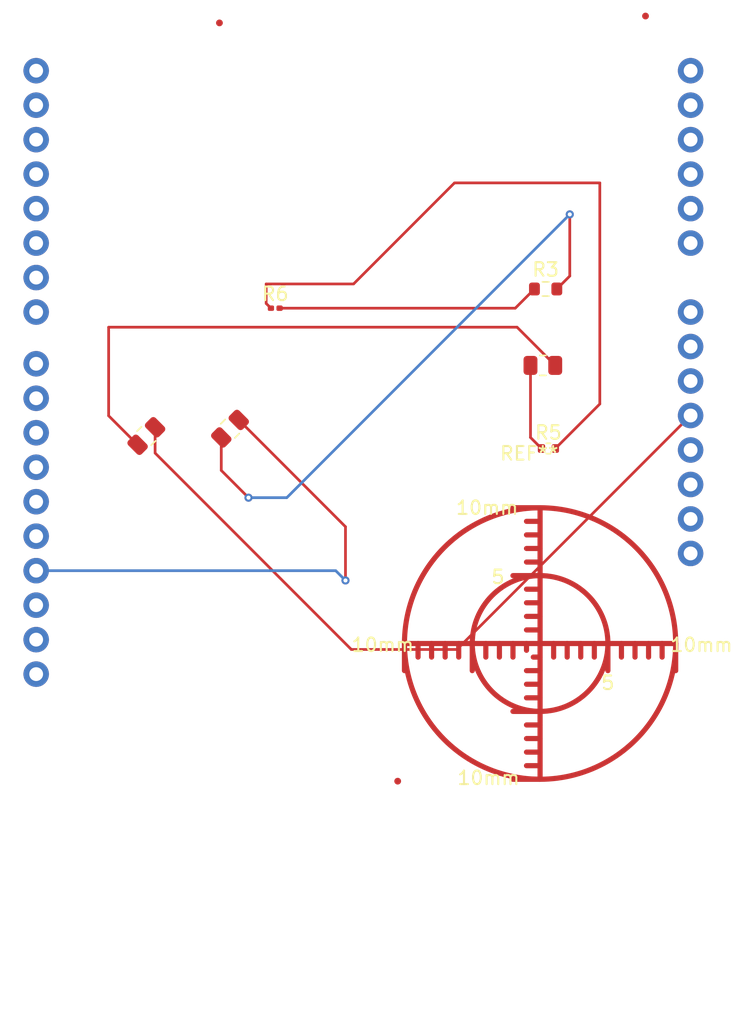
<source format=kicad_pcb>
(kicad_pcb (version 20241229) (generator "pcbnew") (generator_version "9.0")
  (layers (0 "F.Cu" signal) (2 "B.Cu" signal) (13 "F.Paste" user) (15 "B.Paste" user) (5 "F.SilkS" user "F.Silkscreen") (7 "B.SilkS" user "B.Silkscreen") (1 "F.Mask" user) (3 "B.Mask" user) (25 "Edge.Cuts" user))
  (net 0 "")
  (net 27 "Net-(B1-PadGND)")
  (net 28 "Net-(B1-Pad5V)")
  (net 29 "Net-(R1-Pad2)")
  (net 30 "Net-(R1-Pad1)")
  (net 31 "Net-(R3-Pad1)")
  (net 32 "Net-(R3-Pad2)")
  (net 33 "Net-(R5-Pad2)")
  (footprint "kikit:Fiducial" (layer "F.Cu") (at 129.405 65.135)
    (property "Reference" "FID1" (hide yes))
    (property "Value" "Fiducial" (hide yes))
    (pad "" smd circle (at 0 0) (size 0.5 0.5) (layers "F.Cu" "F.Mask") (clearance 0.25))
  )
  (footprint "SparkFun-Resistor:R_0805_2012Metric" (layer "F.Cu") (at 124.015 95.565 45)
    (property "Reference" "R2")
    (property "Value" "R_45deg")
    (fp_line (start -0.227064 -0.735) (end 0.227064 -0.735) (stroke (width 0.12)) (layer "F.SilkS"))
    (fp_line (start -0.227064 0.735) (end 0.227064 0.735) (stroke (width 0.12)) (layer "F.SilkS"))
    (pad "1" smd roundrect (at -0.9125 0 45) (size 1.025 1.4) (layers "F.Cu" "F.Mask" "F.Paste") (roundrect_rratio 0.243902) (net 29 "Net-(R1-Pad2)"))
    (pad "2" smd roundrect (at 0.9125 0 45) (size 1.025 1.4) (layers "F.Cu" "F.Mask" "F.Paste") (roundrect_rratio 0.243902) (net 28 "Net-(B1-Pad5V)"))
  )
  (footprint "SparkFun-Resistor:R_0805_2012Metric" (layer "F.Cu") (at 130.185 95.025 45)
    (property "Reference" "R4")
    (property "Value" "R_45deg")
    (fp_line (start -0.227064 -0.735) (end 0.227064 -0.735) (stroke (width 0.12)) (layer "F.SilkS"))
    (fp_line (start -0.227064 0.735) (end 0.227064 0.735) (stroke (width 0.12)) (layer "F.SilkS"))
    (pad "1" smd roundrect (at -0.9125 0 45) (size 1.025 1.4) (layers "F.Cu" "F.Mask" "F.Paste") (roundrect_rratio 0.243902) (net 32 "Net-(R3-Pad2)"))
    (pad "2" smd roundrect (at 0.9125 0 45) (size 1.025 1.4) (layers "F.Cu" "F.Mask" "F.Paste") (roundrect_rratio 0.243902) (net 27 "Net-(B1-PadGND)"))
  )
  (footprint "kikit:Fiducial" (layer "F.Cu") (at 142.55 120.99)
    (property "Reference" "FID3" (hide yes))
    (property "Value" "Fiducial" (hide yes))
    (pad "" smd circle (at 0 0) (size 0.5 0.5) (layers "F.Cu" "F.Mask") (clearance 0.25))
  )
  (footprint "Resistor_SMD:R_0603_1608Metric" (layer "F.Cu") (at 153.46 84.735)
    (property "Reference" "R3" (at 0 -1.43 0) (layer "F.SilkS"))
    (property "Value" "R")
    (fp_line (start -0.237258 -0.5225) (end 0.237258 -0.5225) (stroke (width 0.12)) (layer "F.SilkS"))
    (fp_line (start -0.237258 0.5225) (end 0.237258 0.5225) (stroke (width 0.12)) (layer "F.SilkS"))
    (pad "1" smd roundrect (at -0.825 0) (size 0.8 0.95) (layers "F.Cu" "F.Mask" "F.Paste") (net 31 "Net-(R3-Pad1)"))
    (pad "2" smd roundrect (at 0.825 0) (size 0.8 0.95) (layers "F.Cu" "F.Mask" "F.Paste") (net 32 "Net-(R3-Pad2)"))
  )
  (footprint "Resistor_SMD:R_0201_0603Metric" (layer "F.Cu") (at 133.52 86.15)
    (property "Reference" "R6" (at 0 -1.05 0) (layer "F.SilkS"))
    (property "Value" "R_45deg")
    (pad "1" smd roundrect (at -0.32 0) (size 0.46 0.4) (layers "F.Cu" "F.Mask") (net 33 "Net-(R5-Pad2)"))
    (pad "2" smd roundrect (at 0.32 0) (size 0.46 0.4) (layers "F.Cu" "F.Mask") (net 31 "Net-(R3-Pad1)"))
  )
  (footprint "Resistor_SMD:R_0402_1005Metric" (layer "F.Cu") (at 153.665 96.485)
    (property "Reference" "R5" (at 0 -1.17 0) (layer "F.SilkS"))
    (property "Value" "R")
    (fp_line (start -0.153641 -0.38) (end 0.153641 -0.38) (stroke (width 0.12)) (layer "F.SilkS"))
    (fp_line (start -0.153641 0.38) (end 0.153641 0.38) (stroke (width 0.12)) (layer "F.SilkS"))
    (pad "1" smd roundrect (at -0.51 0) (size 0.54 0.64) (layers "F.Cu" "F.Mask" "F.Paste") (net 30 "Net-(R1-Pad1)"))
    (pad "2" smd roundrect (at 0.51 0) (size 0.54 0.64) (layers "F.Cu" "F.Mask" "F.Paste") (net 33 "Net-(R5-Pad2)"))
  )
  (footprint "SparkFun-Resistor:R_0805_2012Metric" (layer "F.Cu") (at 153.255 90.365)
    (property "Reference" "R1")
    (property "Value" "R")
    (fp_line (start -0.227064 -0.735) (end 0.227064 -0.735) (stroke (width 0.12)) (layer "F.SilkS"))
    (fp_line (start -0.227064 0.735) (end 0.227064 0.735) (stroke (width 0.12)) (layer "F.SilkS"))
    (pad "1" smd roundrect (at -0.9125 0) (size 1.025 1.4) (layers "F.Cu" "F.Mask" "F.Paste") (roundrect_rratio 0.243902) (net 30 "Net-(R1-Pad1)"))
    (pad "2" smd roundrect (at 0.9125 0) (size 1.025 1.4) (layers "F.Cu" "F.Mask" "F.Paste") (roundrect_rratio 0.243902) (net 29 "Net-(R1-Pad2)"))
  )
  (footprint "kikit:Fiducial" (layer "F.Cu") (at 160.825 64.63)
    (property "Reference" "FID2" (hide yes))
    (property "Value" "Fiducial" (hide yes))
    (pad "" smd circle (at 0 0) (size 0.5 0.5) (layers "F.Cu" "F.Mask") (clearance 0.25))
  )
  (footprint "SparkFun-Board:Uno_R3_Shield_NoLabels" (layer "F.Cu") (at 140.02 92.785)
    (property "Reference" "B1")
    (property "Value" "Arduino_Uno_R3_Shield")
    (pad "3.3V" thru_hole circle (at 24.13 3.81 90) (size 1.8796 1.8796) (drill 1.016) (layers "*.Cu" "*.Mask"))
    (pad "5V" thru_hole circle (at 24.13 1.27 90) (size 1.8796 1.8796) (drill 1.016) (layers "*.Cu" "*.Mask") (net 28 "Net-(B1-Pad5V)"))
    (pad "A0" thru_hole circle (at 24.13 -11.43 90) (size 1.8796 1.8796) (drill 1.016) (layers "*.Cu" "*.Mask"))
    (pad "A1" thru_hole circle (at 24.13 -13.97 90) (size 1.8796 1.8796) (drill 1.016) (layers "*.Cu" "*.Mask"))
    (pad "A2" thru_hole circle (at 24.13 -16.51 90) (size 1.8796 1.8796) (drill 1.016) (layers "*.Cu" "*.Mask"))
    (pad "A3" thru_hole circle (at 24.13 -19.05 90) (size 1.8796 1.8796) (drill 1.016) (layers "*.Cu" "*.Mask"))
    (pad "A4/SDA" thru_hole circle (at -24.13 17.78 90) (size 1.8796 1.8796) (drill 1.016) (layers "*.Cu" "*.Mask"))
    (pad "A4/SDA" thru_hole circle (at 24.13 -21.59 90) (size 1.8796 1.8796) (drill 1.016) (layers "*.Cu" "*.Mask"))
    (pad "A5/SCL" thru_hole circle (at -24.13 20.32 90) (size 1.8796 1.8796) (drill 1.016) (layers "*.Cu" "*.Mask"))
    (pad "A5/SCL" thru_hole circle (at 24.13 -24.13 90) (size 1.8796 1.8796) (drill 1.016) (layers "*.Cu" "*.Mask"))
    (pad "AREF" thru_hole circle (at -24.13 15.24 90) (size 1.8796 1.8796) (drill 1.016) (layers "*.Cu" "*.Mask"))
    (pad "D0/TXO" thru_hole circle (at -24.13 -24.13 90) (size 1.8796 1.8796) (drill 1.016) (layers "*.Cu" "*.Mask"))
    (pad "D1/RXI" thru_hole circle (at -24.13 -21.59 90) (size 1.8796 1.8796) (drill 1.016) (layers "*.Cu" "*.Mask"))
    (pad "D2" thru_hole circle (at -24.13 -19.05 90) (size 1.8796 1.8796) (drill 1.016) (layers "*.Cu" "*.Mask"))
    (pad "D3" thru_hole circle (at -24.13 -16.51 90) (size 1.8796 1.8796) (drill 1.016) (layers "*.Cu" "*.Mask"))
    (pad "D4" thru_hole circle (at -24.13 -13.97 90) (size 1.8796 1.8796) (drill 1.016) (layers "*.Cu" "*.Mask"))
    (pad "D5" thru_hole circle (at -24.13 -11.43 90) (size 1.8796 1.8796) (drill 1.016) (layers "*.Cu" "*.Mask"))
    (pad "D6" thru_hole circle (at -24.13 -8.89 90) (size 1.8796 1.8796) (drill 1.016) (layers "*.Cu" "*.Mask"))
    (pad "D7" thru_hole circle (at -24.13 -6.35 90) (size 1.8796 1.8796) (drill 1.016) (layers "*.Cu" "*.Mask"))
    (pad "D8" thru_hole circle (at -24.13 -2.54 90) (size 1.8796 1.8796) (drill 1.016) (layers "*.Cu" "*.Mask"))
    (pad "D9" thru_hole circle (at -24.13 0 90) (size 1.8796 1.8796) (drill 1.016) (layers "*.Cu" "*.Mask"))
    (pad "D10" thru_hole circle (at -24.13 2.54 90) (size 1.8796 1.8796) (drill 1.016) (layers "*.Cu" "*.Mask"))
    (pad "D11" thru_hole circle (at -24.13 5.08 90) (size 1.8796 1.8796) (drill 1.016) (layers "*.Cu" "*.Mask"))
    (pad "D12" thru_hole circle (at -24.13 7.62 90) (size 1.8796 1.8796) (drill 1.016) (layers "*.Cu" "*.Mask"))
    (pad "D13" thru_hole circle (at -24.13 10.16 90) (size 1.8796 1.8796) (drill 1.016) (layers "*.Cu" "*.Mask"))
    (pad "GND" thru_hole circle (at -24.13 12.7 90) (size 1.8796 1.8796) (drill 1.016) (layers "*.Cu" "*.Mask") (net 27 "Net-(B1-PadGND)"))
    (pad "GND" thru_hole circle (at 24.13 -3.81 90) (size 1.8796 1.8796) (drill 1.016) (layers "*.Cu" "*.Mask") (net 27 "Net-(B1-PadGND)"))
    (pad "GND" thru_hole circle (at 24.13 -1.27 90) (size 1.8796 1.8796) (drill 1.016) (layers "*.Cu" "*.Mask") (net 27 "Net-(B1-PadGND)"))
    (pad "IOREF" thru_hole circle (at 24.13 8.89 90) (size 1.8796 1.8796) (drill 1.016) (layers "*.Cu" "*.Mask"))
    (pad "NC" thru_hole circle (at 24.13 11.43 90) (size 1.8796 1.8796) (drill 1.016) (layers "*.Cu" "*.Mask"))
    (pad "VIN" thru_hole circle (at 24.13 -6.35 90) (size 1.8796 1.8796) (drill 1.016) (layers "*.Cu" "*.Mask"))
    (pad "~{RESET}" thru_hole circle (at 24.13 6.35 90) (size 1.8796 1.8796) (drill 1.016) (layers "*.Cu" "*.Mask"))
  )
  (footprint "Calibration_Scale:Gauge_10mm_Type5_CopperTop" (layer "F.Cu") (at 153.05 110.85)
    (property "Reference" "REF**" (at -0.8001 -14.00048 0) (layer "F.SilkS"))
    (property "Value" "Gauge_10mm_Type5_CopperTop")
    (fp_line (start -9.99998 0) (end -9.99998 1.99898) (stroke (width 0.381)) (layer "F.Cu"))
    (fp_line (start -8.99922 0) (end -8.99922 1.00076) (stroke (width 0.381)) (layer "F.Cu"))
    (fp_line (start -8.001 0) (end -8.001 1.00076) (stroke (width 0.381)) (layer "F.Cu"))
    (fp_line (start -7.00024 0) (end -7.00024 1.00076) (stroke (width 0.381)) (layer "F.Cu"))
    (fp_line (start -5.99948 0) (end -5.99948 1.00076) (stroke (width 0.381)) (layer "F.Cu"))
    (fp_line (start -5.00126 0) (end -5.00126 1.99898) (stroke (width 0.381)) (layer "F.Cu"))
    (fp_line (start -4.0005 0) (end -4.0005 1.00076) (stroke (width 0.381)) (layer "F.Cu"))
    (fp_line (start -2.99974 0) (end -2.99974 1.00076) (stroke (width 0.381)) (layer "F.Cu"))
    (fp_line (start -1.99898 0) (end -1.99898 1.00076) (stroke (width 0.381)) (layer "F.Cu"))
    (fp_line (start -1.00076 0) (end -1.00076 0.50038) (stroke (width 0.381)) (layer "F.Cu"))
    (fp_line (start 0 -9.99998) (end -1.99898 -9.99998) (stroke (width 0.381)) (layer "F.Cu"))
    (fp_line (start 0 -8.99922) (end -1.00076 -8.99922) (stroke (width 0.381)) (layer "F.Cu"))
    (fp_line (start 0 -8.001) (end -1.00076 -8.001) (stroke (width 0.381)) (layer "F.Cu"))
    (fp_line (start 0 -7.00024) (end -1.00076 -7.00024) (stroke (width 0.381)) (layer "F.Cu"))
    (fp_line (start 0 -5.99948) (end -1.00076 -5.99948) (stroke (width 0.381)) (layer "F.Cu"))
    (fp_line (start 0 -5.00126) (end -1.99898 -5.00126) (stroke (width 0.381)) (layer "F.Cu"))
    (fp_line (start 0 -4.0005) (end -1.00076 -4.0005) (stroke (width 0.381)) (layer "F.Cu"))
    (fp_line (start 0 -2.99974) (end -1.00076 -2.99974) (stroke (width 0.381)) (layer "F.Cu"))
    (fp_line (start 0 -1.99898) (end -1.00076 -1.99898) (stroke (width 0.381)) (layer "F.Cu"))
    (fp_line (start 0 -1.00076) (end -1.00076 -1.00076) (stroke (width 0.381)) (layer "F.Cu"))
    (fp_line (start 0 0) (end -9.99998 0) (stroke (width 0.381)) (layer "F.Cu"))
    (fp_line (start 0 0) (end 0 -9.99998) (stroke (width 0.381)) (layer "F.Cu"))
    (fp_line (start 0 0) (end 0 1.99898) (stroke (width 0.381)) (layer "F.Cu"))
    (fp_line (start 0 0) (end 9.99998 0) (stroke (width 0.381)) (layer "F.Cu"))
    (fp_line (start 0 1.00076) (end -0.50038 1.00076) (stroke (width 0.381)) (layer "F.Cu"))
    (fp_line (start 0 1.99898) (end -1.00076 1.99898) (stroke (width 0.381)) (layer "F.Cu"))
    (fp_line (start 0 1.99898) (end 0 9.99998) (stroke (width 0.381)) (layer "F.Cu"))
    (fp_line (start 0 2.99974) (end -1.00076 2.99974) (stroke (width 0.381)) (layer "F.Cu"))
    (fp_line (start 0 4.0005) (end -1.00076 4.0005) (stroke (width 0.381)) (layer "F.Cu"))
    (fp_line (start 0 5.00126) (end -1.99898 5.00126) (stroke (width 0.381)) (layer "F.Cu"))
    (fp_line (start 0 5.99948) (end -1.00076 5.99948) (stroke (width 0.381)) (layer "F.Cu"))
    (fp_line (start 0 7.00024) (end -1.00076 7.00024) (stroke (width 0.381)) (layer "F.Cu"))
    (fp_line (start 0 8.001) (end -1.00076 8.001) (stroke (width 0.381)) (layer "F.Cu"))
    (fp_line (start 0 8.99922) (end -1.00076 8.99922) (stroke (width 0.381)) (layer "F.Cu"))
    (fp_line (start 0 9.99998) (end -1.99898 9.99998) (stroke (width 0.381)) (layer "F.Cu"))
    (fp_line (start 1.00076 0) (end 1.00076 1.00076) (stroke (width 0.381)) (layer "F.Cu"))
    (fp_line (start 1.99898 0) (end 1.99898 1.00076) (stroke (width 0.381)) (layer "F.Cu"))
    (fp_line (start 2.99974 0) (end 2.99974 1.00076) (stroke (width 0.381)) (layer "F.Cu"))
    (fp_line (start 4.0005 0) (end 4.0005 1.00076) (stroke (width 0.381)) (layer "F.Cu"))
    (fp_line (start 5.00126 0) (end 5.00126 1.99898) (stroke (width 0.381)) (layer "F.Cu"))
    (fp_line (start 5.99948 0) (end 5.99948 1.00076) (stroke (width 0.381)) (layer "F.Cu"))
    (fp_line (start 7.00024 0) (end 7.00024 1.00076) (stroke (width 0.381)) (layer "F.Cu"))
    (fp_line (start 8.001 0) (end 8.001 1.00076) (stroke (width 0.381)) (layer "F.Cu"))
    (fp_line (start 8.99922 0) (end 8.99922 1.00076) (stroke (width 0.381)) (layer "F.Cu"))
    (fp_line (start 9.99998 0) (end 9.99998 1.99898) (stroke (width 0.381)) (layer "F.Cu"))
    (fp_circle (center 0 0) (end 5.00126 0) (stroke (width 0.381)) (fill no) (layer "F.Cu"))
    (fp_circle (center 0 0) (end 9.99998 0) (stroke (width 0.381)) (fill no) (layer "F.Cu"))
    (fp_text user "10mm" (at -3.79984 9.90092 0) (layer "F.SilkS"))
    (fp_text user "10mm" (at -3.90144 -9.99998 0) (layer "F.SilkS"))
    (fp_text user "5" (at 4.99872 2.90068 0) (layer "F.SilkS"))
    (fp_text user "10mm" (at -11.60018 0.09906 0) (layer "F.SilkS"))
    (fp_text user "5" (at -3.10134 -4.89966 0) (layer "F.SilkS"))
    (fp_text user "10mm" (at 11.8999 0.09906 0) (layer "F.SilkS"))
  )
  (segment (start 138.7 106.205) (end 138.7 106.255) (width 0.2) (layer "F.Cu") (net 27))
  (segment (start 138.7 102.24953) (end 138.7 106.205) (width 0.2) (layer "F.Cu") (net 27))
  (segment (start 130.830235 94.379765) (end 138.7 102.24953) (width 0.2) (layer "F.Cu") (net 27))
  (via (at 138.7 106.205) (size 0.6) (drill 0.3) (layers "F.Cu" "B.Cu") (net 27))
  (segment (start 115.89 105.485) (end 137.98 105.485) (width 0.2) (layer "B.Cu") (net 27))
  (segment (start 137.98 105.485) (end 138.7 106.205) (width 0.2) (layer "B.Cu") (net 27))
  (segment (start 124.660235 94.919765) (end 124.660235 96.820235) (width 0.2) (layer "F.Cu") (net 28))
  (segment (start 146.915 111.29) (end 164.15 94.055) (width 0.2) (layer "F.Cu") (net 28))
  (segment (start 124.660235 96.820235) (end 139.13 111.29) (width 0.2) (layer "F.Cu") (net 28))
  (segment (start 139.13 111.29) (end 146.915 111.29) (width 0.2) (layer "F.Cu") (net 28))
  (segment (start 121.235 87.55) (end 151.3525 87.55) (width 0.2) (layer "F.Cu") (net 29))
  (segment (start 121.235 94.07547) (end 121.235 87.55) (width 0.2) (layer "F.Cu") (net 29))
  (segment (start 151.3525 87.55) (end 154.1675 90.365) (width 0.2) (layer "F.Cu") (net 29))
  (segment (start 123.369765 96.210235) (end 121.235 94.07547) (width 0.2) (layer "F.Cu") (net 29))
  (segment (start 152.3425 95.6725) (end 153.155 96.485) (width 0.2) (layer "F.Cu") (net 30))
  (segment (start 152.3425 90.365) (end 152.3425 95.6725) (width 0.2) (layer "F.Cu") (net 30))
  (segment (start 133.84 86.15) (end 151.22 86.15) (width 0.2) (layer "F.Cu") (net 31))
  (segment (start 151.22 86.15) (end 152.635 84.735) (width 0.2) (layer "F.Cu") (net 31))
  (segment (start 154.285 84.735) (end 155.24 83.78) (width 0.2) (layer "F.Cu") (net 32))
  (segment (start 155.24 83.78) (end 155.24 79.24) (width 0.2) (layer "F.Cu") (net 32))
  (segment (start 129.539765 95.670235) (end 129.539765 98.099765) (width 0.2) (layer "F.Cu") (net 32))
  (segment (start 129.539765 98.099765) (end 131.5475 100.1075) (width 0.2) (layer "F.Cu") (net 32))
  (segment (start 131.5475 100.1075) (end 131.62 100.18) (width 0.2) (layer "F.Cu") (net 32))
  (via (at 131.5475 100.1075) (size 0.6) (drill 0.3) (layers "F.Cu" "B.Cu") (net 32))
  (via (at 155.24 79.24) (size 0.6) (drill 0.3) (layers "F.Cu" "B.Cu") (net 32))
  (segment (start 131.5475 100.1075) (end 134.3725 100.1075) (width 0.2) (layer "B.Cu") (net 32))
  (segment (start 134.3725 100.1075) (end 155.24 79.24) (width 0.2) (layer "B.Cu") (net 32))
  (segment (start 139.295 84.365) (end 132.85 84.365) (width 0.2) (layer "F.Cu") (net 33))
  (segment (start 157.455 93.205) (end 157.455 76.92) (width 0.2) (layer "F.Cu") (net 33))
  (segment (start 146.74 76.92) (end 139.295 84.365) (width 0.2) (layer "F.Cu") (net 33))
  (segment (start 154.175 96.485) (end 157.455 93.205) (width 0.2) (layer "F.Cu") (net 33))
  (segment (start 132.85 85.8) (end 133.2 86.15) (width 0.2) (layer "F.Cu") (net 33))
  (segment (start 132.85 84.365) (end 132.85 85.8) (width 0.2) (layer "F.Cu") (net 33))
  (segment (start 157.455 76.92) (end 146.74 76.92) (width 0.2) (layer "F.Cu") (net 33))
)
</source>
